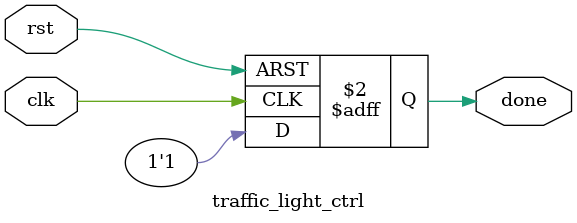
<source format=v>

module traffic_light_ctrl(input clk, input rst, output reg done);
    always @(posedge clk or posedge rst) begin
        if (rst)
            done <= 0;
        else
            done <= 1;
    end
endmodule

</source>
